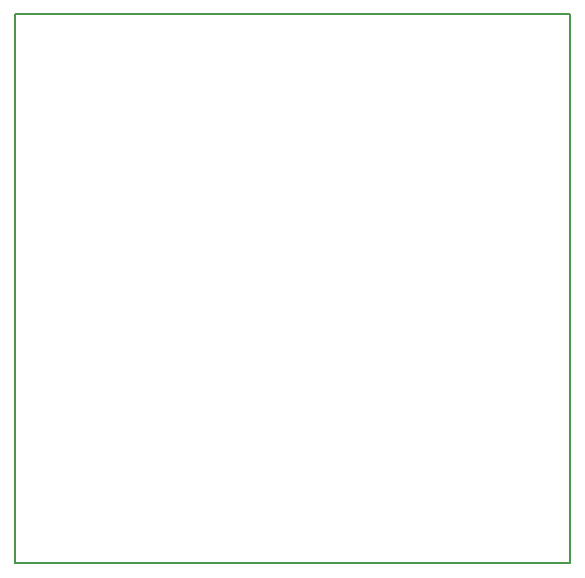
<source format=gbr>
%FSLAX34Y34*%
%MOMM*%
%LNOUTLINE*%
G71*
G01*
%ADD10C, 0.150*%
%LPD*%
G54D10*
X30000Y-35000D02*
X500000Y-35000D01*
X500000Y-500000D01*
X30000Y-500000D01*
X30000Y-35000D01*
M02*

</source>
